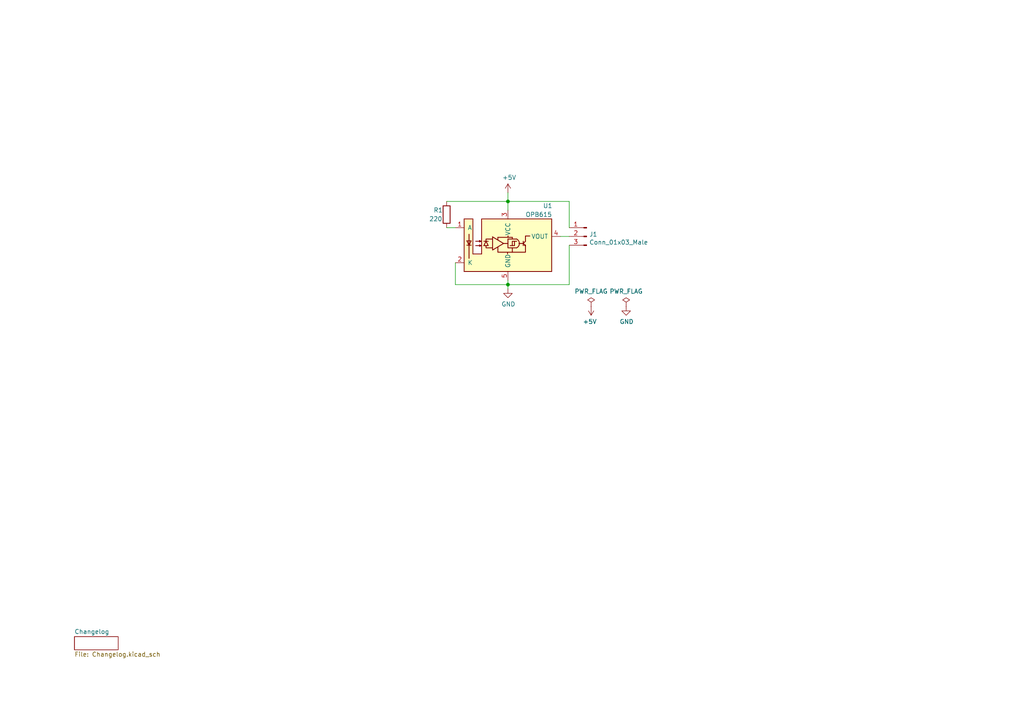
<source format=kicad_sch>
(kicad_sch (version 20230121) (generator eeschema)
  (paper "A4")
  (title_block (rev "2.0"))
  (lib_symbols
    (symbol "Device:R" (pin_numbers hide) (pin_names (offset 0))
      (property "Reference" "R" (at 2.032 0 90))
      (property "Value" "R" (at 0 0 90))
      (symbol "R_0_1"
        (rectangle (start -1.016 -2.54) (end 1.016 2.54) (stroke (width 0.254)))
      )
      (symbol "R_1_1"
        (pin passive line (at 0 3.81 270) (length 1.27) (name "~") (number "1"))
        (pin passive line (at 0 -3.81 90) (length 1.27) (name "~") (number "2"))
      )
    )
    (symbol "power:+5V" (power) (pin_names (offset 0))
      (property "Value" "+5V" (at 0 3.556 0))
      (symbol "+5V_0_1"
        (polyline (pts (xy -0.762 1.27) (xy 0 2.54)))
        (polyline (pts (xy 0 0) (xy 0 2.54)))
        (polyline (pts (xy 0 2.54) (xy 0.762 1.27)))
      )
      (symbol "+5V_1_1"
        (pin power_in line (at 0 0 90) (length 0) hide (name "+5V") (number "1"))
      )
    )
    (symbol "power:GND" (power) (pin_names (offset 0))
      (property "Value" "GND" (at 0 -3.81 0))
      (symbol "GND_0_1"
        (polyline (pts (xy 0 0) (xy 0 -1.27) (xy 1.27 -1.27) (xy 0 -2.54) (xy -1.27 -1.27) (xy 0 -1.27)))
      )
      (symbol "GND_1_1"
        (pin power_in line (at 0 0 270) (length 0) hide (name "GND") (number "1"))
      )
    )
    (symbol "power:PWR_FLAG" (power) (pin_numbers hide) (pin_names (offset 0) hide)
      (property "Value" "PWR_FLAG" (at 0 3.81 0))
      (symbol "PWR_FLAG_0_0"
        (pin power_out line (at 0 0 90) (length 0) (name "pwr") (number "1"))
      )
      (symbol "PWR_FLAG_0_1"
        (polyline (pts (xy 0 0) (xy 0 1.27) (xy -1.016 1.905) (xy 0 2.54) (xy 1.016 1.905) (xy 0 1.27)))
      )
    )
    (symbol "util_photoswitch-rescue:Conn_01x03_Male-Connector" (pin_names (offset 1.016) hide)
      (property "Reference" "J" (at 0 5.08 0))
      (property "Value" "Connector_Conn_01x03_Male" (at 0 -5.08 0))
      (symbol "Conn_01x03_Male-Connector_1_1"
        (polyline (pts (xy 1.27 -2.54) (xy 0.8636 -2.54)) (stroke (width 0.1524)))
        (polyline (pts (xy 1.27 0) (xy 0.8636 0)) (stroke (width 0.1524)))
        (polyline (pts (xy 1.27 2.54) (xy 0.8636 2.54)) (stroke (width 0.1524)))
        (rectangle (start 0.8636 -2.413) (end 0 -2.667) (stroke (width 0.1524)) (fill (type outline)))
        (rectangle (start 0.8636 0.127) (end 0 -0.127) (stroke (width 0.1524)) (fill (type outline)))
        (rectangle (start 0.8636 2.667) (end 0 2.413) (stroke (width 0.1524)) (fill (type outline)))
        (pin passive line (at 5.08 2.54 180) (length 3.81) (name "Pin_1") (number "1"))
        (pin passive line (at 5.08 0 180) (length 3.81) (name "Pin_2") (number "2"))
        (pin passive line (at 5.08 -2.54 180) (length 3.81) (name "Pin_3") (number "3"))
      )
    )
    (symbol "util_photoswitch-rescue:OPB615-KiCadCustomLib" (pin_names (offset 1.016))
      (property "Reference" "U" (at -11.43 8.89 0))
      (property "Value" "KiCadCustomLib_OPB615" (at 3.556 8.89 0))
      (symbol "OPB615-KiCadCustomLib_0_1"
        (polyline (pts (xy -11.9126 0) (xy -10.6426 0)) (stroke (width 0.254)))
        (polyline (pts (xy -11.2776 -3.81) (xy -11.2776 3.175)) (stroke (width 0.254)))
        (polyline (pts (xy -6.985 1.143) (xy -5.715 1.143)) (stroke (width 0.254)))
        (polyline (pts (xy -2.921 1.524) (xy -2.921 2.286)) (stroke (width 0.254)))
        (polyline (pts (xy -2.921 2.286) (xy 1.27 2.286)) (stroke (width 0.254)))
        (polyline (pts (xy -1.27 0.508) (xy 0 0.508)) (stroke (width 0.254)))
        (polyline (pts (xy -0.1016 -2.5146) (xy -0.1016 -2.0828)) (stroke (width 0.254)))
        (polyline (pts (xy 0 1.778) (xy 2.54 1.778)) (stroke (width 0.254)))
        (polyline (pts (xy 0.0254 2.3114) (xy 0.0254 2.7178)) (stroke (width 0.254)))
        (polyline (pts (xy 1.27 1.9304) (xy 1.27 2.286)) (stroke (width 0.254)))
        (polyline (pts (xy 3.175 0.508) (xy 4.445 0.508)) (stroke (width 0.254)))
        (polyline (pts (xy 4.445 0.508) (xy 5.08 -0.127)) (stroke (width 0.254)))
        (polyline (pts (xy 4.445 0.508) (xy 5.08 1.143)) (stroke (width 0.254)))
        (polyline (pts (xy 4.445 1.143) (xy 4.445 -0.127)) (stroke (width 0.254)))
        (polyline (pts (xy -9.3472 -0.127) (xy -7.8232 -0.127) (xy -8.2296 0.0762)) (stroke (width 0.254)))
        (polyline (pts (xy -9.3472 1.143) (xy -7.8232 1.143) (xy -8.2296 1.3462)) (stroke (width 0.254)))
        (polyline (pts (xy -8.2296 0.0762) (xy -8.2296 -0.3302) (xy -7.8232 -0.127)) (stroke (width 0.254)))
        (polyline (pts (xy -8.2296 1.3462) (xy -8.2296 0.9398) (xy -7.8232 1.143)) (stroke (width 0.254)))
        (polyline (pts (xy -6.35 -0.127) (xy -6.35 -0.762) (xy -4.445 -0.762)) (stroke (width 0.254)))
        (polyline (pts (xy -6.35 1.143) (xy -6.35 1.778) (xy -4.445 1.778)) (stroke (width 0.254)))
        (polyline (pts (xy 0 1.778) (xy 0 -0.762) (xy 2.54 -0.762)) (stroke (width 0.254)))
        (polyline (pts (xy 1.27 -2.032) (xy -2.921 -2.032) (xy -2.921 -0.508)) (stroke (width 0.254)))
        (polyline (pts (xy 1.905 1.143) (xy 1.27 1.143) (xy 1.27 -0.127)) (stroke (width 0.254)))
        (polyline (pts (xy 5.08 1.143) (xy 5.08 2.667) (xy 6.35 2.667)) (stroke (width 0.254)))
        (polyline (pts (xy -11.9126 1.27) (xy -10.6426 1.27) (xy -11.2776 0) (xy -11.9126 1.27)) (stroke (width 0.254)))
        (polyline (pts (xy -6.985 -0.127) (xy -5.715 -0.127) (xy -6.35 1.143) (xy -6.985 -0.127)) (stroke (width 0.254)))
        (polyline (pts (xy -4.445 2.413) (xy -4.445 -1.397) (xy -1.27 0.508) (xy -4.445 2.413)) (stroke (width 0.254)))
        (polyline (pts (xy 0.635 -0.127) (xy 1.905 -0.127) (xy 1.905 1.143) (xy 2.54 1.143)) (stroke (width 0.254)))
        (polyline (pts (xy 1.27 -0.762) (xy 1.27 -2.032) (xy 5.08 -2.032) (xy 5.08 -0.127)) (stroke (width 0.254)))
        (polyline (pts (xy 5.08 -0.127) (xy 4.826 -0.0762) (xy 5.0292 0.127) (xy 5.08 -0.127)) (stroke (width 0.254)))
        (polyline (pts (xy -12.7 -7.62) (xy 12.7 -7.62) (xy 12.7 7.62) (xy -7.62 7.62) (xy -7.62 -2.54) (xy -10.16 -2.54) (xy -10.16 7.62) (xy -12.7 7.62) (xy -12.7 -7.62)) (stroke (width 0.254)) (fill (type background)))
        (arc (start 2.54 -0.762) (mid 3.3249 0.508) (end 2.54 1.778) (stroke (width 0.254)))
      )
      (symbol "OPB615-KiCadCustomLib_1_1"
        (pin passive line (at -15.24 5.08 0) (length 2.54) (name "A") (number "1"))
        (pin passive line (at -15.24 -5.08 0) (length 2.54) (name "K") (number "2"))
        (pin power_in line (at 0 10.16 270) (length 2.54) (name "VCC") (number "3"))
        (pin open_collector line (at 15.24 2.54 180) (length 2.54) (name "VOUT") (number "4"))
        (pin power_in line (at 0 -10.16 90) (length 2.54) (name "GND") (number "5"))
      )
    )
  )
  (junction (at 147.32 58.42))
  (junction (at 147.32 82.55))
  (wire (pts (xy 132.08 76.2) (xy 132.08 82.55)))
  (wire (pts (xy 165.1 82.55) (xy 147.32 82.55)))
  (wire (pts (xy 165.1 71.12) (xy 165.1 82.55)))
  (wire (pts (xy 165.1 66.04) (xy 165.1 58.42)))
  (wire (pts (xy 165.1 58.42) (xy 147.32 58.42)))
  (wire (pts (xy 147.32 55.88) (xy 147.32 58.42)))
  (wire (pts (xy 129.54 66.04) (xy 132.08 66.04)))
  (wire (pts (xy 147.32 58.42) (xy 147.32 60.96)))
  (wire (pts (xy 129.54 58.42) (xy 147.32 58.42)))
  (wire (pts (xy 147.32 82.55) (xy 147.32 83.82)))
  (wire (pts (xy 132.08 82.55) (xy 147.32 82.55)))
  (wire (pts (xy 147.32 81.28) (xy 147.32 82.55)))
  (wire (pts (xy 165.1 68.58) (xy 162.56 68.58)))
  (symbol (lib_id "util_photoswitch-rescue:OPB615-KiCadCustomLib") (at 147.32 71.12 0) (unit 1)
    (property "Reference" "U1" (at 157.48 59.69 0) (effects (justify left)))
    (property "Value" "OPB615" (at 152.4 62.23 0) (effects (justify left)))
    (property "Footprint" "KiCAD Libraries:OPB61x" (effects hide))
    (property "Datasheet" "https://www.ttelectronics.com/TTElectronics/media/ProductFiles/Datasheets/OPB615-625-665.pdf" (effects hide))
  )
  (symbol (lib_id "Device:R") (at 129.54 62.23 180) (unit 1)
    (property "Reference" "R1" (at 125.73 60.96 0) (effects (justify right)))
    (property "Value" "220" (at 124.46 63.5 0) (effects (justify right)))
    (property "Footprint" "Resistor_THT:R_Axial_DIN0204_L3.6mm_D1.6mm_P5.08mm_Horizontal" (effects hide))
    (property "Datasheet" "https://www.seielect.com/catalog/sei-cf_cfm.pdf" (effects hide))
    (property "PN" "CFM14JA220R" (effects hide))
  )
  (symbol (lib_id "util_photoswitch-rescue:Conn_01x03_Male-Connector") (at 170.18 68.58 0) (mirror y) (unit 1)
    (property "Reference" "J1" (at 170.8912 67.9704 0) (effects (justify right)))
    (property "Value" "Conn_01x03_Male" (at 170.8912 70.2818 0) (effects (justify right)))
    (property "Footprint" "Connector_PinHeader_2.54mm:PinHeader_1x03_P2.54mm_Horizontal" (effects hide))
  )
  (symbol (lib_id "power:PWR_FLAG") (at 171.45 88.9 0) (unit 1)
    (property "Reference" "#FLG01" (effects hide))
    (property "Value" "PWR_FLAG" (at 171.45 84.5058 0))
  )
  (symbol (lib_id "power:PWR_FLAG") (at 181.61 88.9 0) (unit 1)
    (property "Reference" "#FLG02" (effects hide))
    (property "Value" "PWR_FLAG" (at 181.61 84.5058 0))
  )
  (symbol (lib_id "power:+5V") (at 147.32 55.88 0) (unit 1)
    (property "Reference" "#PWR01" (effects hide))
    (property "Value" "+5V" (at 147.701 51.4858 0))
  )
  (symbol (lib_id "power:GND") (at 147.32 83.82 0) (unit 1)
    (property "Reference" "#PWR02" (effects hide))
    (property "Value" "GND" (at 147.447 88.2142 0))
  )
  (symbol (lib_id "power:+5V") (at 171.45 88.9 180) (unit 1)
    (property "Reference" "#PWR03" (effects hide))
    (property "Value" "+5V" (at 171.069 93.2942 0))
  )
  (symbol (lib_id "power:GND") (at 181.61 88.9 0) (unit 1)
    (property "Reference" "#PWR04" (effects hide))
    (property "Value" "GND" (at 181.737 93.2942 0))
  )
  (sheet (at 21.59 184.658) (size 12.7 3.81) (stroke (width 0.1524))
    (property "Sheetname" "Changelog" (at 21.59 183.9464 0) (effects (justify left bottom)))
    (property "Sheetfile" "Changelog.kicad_sch" (at 21.59 189.0526 0) (effects (justify left top)))
  )
)
</source>
